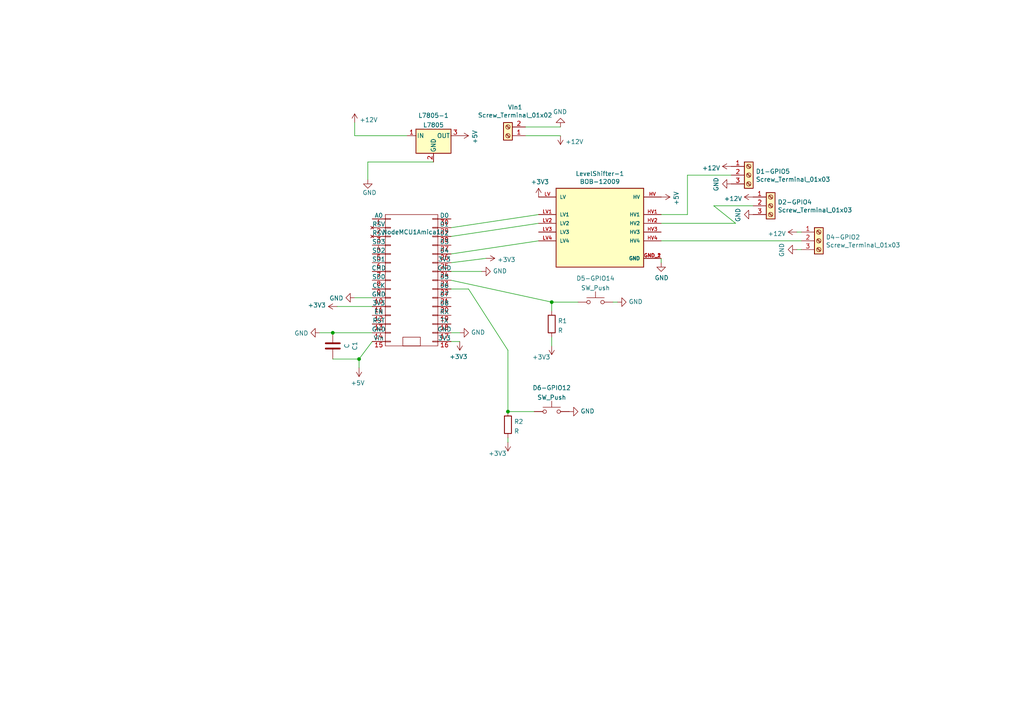
<source format=kicad_sch>
(kicad_sch (version 20211123) (generator eeschema)
  (paper "A4")
  (lib_symbols
    (symbol "BOB-12009:BOB-12009" (pin_names (offset 1.016))
      (property "Reference" "U" (at -12.7 11.43 0))
      (property "Value" "BOB-12009_BOB-12009" (at -12.7 -15.24 0))
      (symbol "BOB-12009_0_0"
        (rectangle (start -12.7 -12.7) (end 12.7 10.16) (stroke (width 0.254)) (fill (type background)))
        (pin power_in line (at 17.78 -10.16 180) (length 5.08) (name "GND") (number "GND_1"))
        (pin power_in line (at 17.78 -10.16 180) (length 5.08) (name "GND") (number "GND_2"))
        (pin bidirectional line (at 17.78 7.62 180) (length 5.08) (name "HV") (number "HV"))
        (pin bidirectional line (at 17.78 2.54 180) (length 5.08) (name "HV1") (number "HV1"))
        (pin bidirectional line (at 17.78 0 180) (length 5.08) (name "HV2") (number "HV2"))
        (pin bidirectional line (at 17.78 -2.54 180) (length 5.08) (name "HV3") (number "HV3"))
        (pin bidirectional line (at 17.78 -5.08 180) (length 5.08) (name "HV4") (number "HV4"))
        (pin bidirectional line (at -17.78 7.62 0) (length 5.08) (name "LV") (number "LV"))
        (pin bidirectional line (at -17.78 2.54 0) (length 5.08) (name "LV1") (number "LV1"))
        (pin bidirectional line (at -17.78 0 0) (length 5.08) (name "LV2") (number "LV2"))
        (pin bidirectional line (at -17.78 -2.54 0) (length 5.08) (name "LV3") (number "LV3"))
        (pin bidirectional line (at -17.78 -5.08 0) (length 5.08) (name "LV4") (number "LV4"))
      )
    )
    (symbol "Connector:Screw_Terminal_01x02" (pin_names (offset 1.016) hide)
      (property "Reference" "J" (at 0 2.54 0))
      (property "Value" "Screw_Terminal_01x02" (at 0 -5.08 0))
      (symbol "Screw_Terminal_01x02_1_1"
        (rectangle (start -1.27 1.27) (end 1.27 -3.81) (stroke (width 0.254)) (fill (type background)))
        (circle (center 0 -2.54) (radius 0.635) (stroke (width 0.1524)))
        (polyline (pts (xy -0.5334 -2.2098) (xy 0.3302 -3.048)) (stroke (width 0.1524)))
        (polyline (pts (xy -0.5334 0.3302) (xy 0.3302 -0.508)) (stroke (width 0.1524)))
        (polyline (pts (xy -0.3556 -2.032) (xy 0.508 -2.8702)) (stroke (width 0.1524)))
        (polyline (pts (xy -0.3556 0.508) (xy 0.508 -0.3302)) (stroke (width 0.1524)))
        (circle (center 0 0) (radius 0.635) (stroke (width 0.1524)))
        (pin passive line (at -5.08 0 0) (length 3.81) (name "Pin_1") (number "1"))
        (pin passive line (at -5.08 -2.54 0) (length 3.81) (name "Pin_2") (number "2"))
      )
    )
    (symbol "Connector:Screw_Terminal_01x03" (pin_names (offset 1.016) hide)
      (property "Reference" "J" (at 0 5.08 0))
      (property "Value" "Screw_Terminal_01x03" (at 0 -5.08 0))
      (symbol "Screw_Terminal_01x03_1_1"
        (rectangle (start -1.27 3.81) (end 1.27 -3.81) (stroke (width 0.254)) (fill (type background)))
        (circle (center 0 -2.54) (radius 0.635) (stroke (width 0.1524)))
        (polyline (pts (xy -0.5334 -2.2098) (xy 0.3302 -3.048)) (stroke (width 0.1524)))
        (polyline (pts (xy -0.5334 0.3302) (xy 0.3302 -0.508)) (stroke (width 0.1524)))
        (polyline (pts (xy -0.5334 2.8702) (xy 0.3302 2.032)) (stroke (width 0.1524)))
        (polyline (pts (xy -0.3556 -2.032) (xy 0.508 -2.8702)) (stroke (width 0.1524)))
        (polyline (pts (xy -0.3556 0.508) (xy 0.508 -0.3302)) (stroke (width 0.1524)))
        (polyline (pts (xy -0.3556 3.048) (xy 0.508 2.2098)) (stroke (width 0.1524)))
        (circle (center 0 0) (radius 0.635) (stroke (width 0.1524)))
        (circle (center 0 2.54) (radius 0.635) (stroke (width 0.1524)))
        (pin passive line (at -5.08 2.54 0) (length 3.81) (name "Pin_1") (number "1"))
        (pin passive line (at -5.08 0 0) (length 3.81) (name "Pin_2") (number "2"))
        (pin passive line (at -5.08 -2.54 0) (length 3.81) (name "Pin_3") (number "3"))
      )
    )
    (symbol "Device:C" (pin_numbers hide) (pin_names (offset 0.254))
      (property "Reference" "C" (at 0.635 2.54 0))
      (property "Value" "C" (at 0.635 -2.54 0))
      (symbol "C_0_1"
        (polyline (pts (xy -2.032 -0.762) (xy 2.032 -0.762)) (stroke (width 0.508)))
        (polyline (pts (xy -2.032 0.762) (xy 2.032 0.762)) (stroke (width 0.508)))
      )
      (symbol "C_1_1"
        (pin passive line (at 0 3.81 270) (length 2.794) (name "~") (number "1"))
        (pin passive line (at 0 -3.81 90) (length 2.794) (name "~") (number "2"))
      )
    )
    (symbol "Device:R" (pin_numbers hide) (pin_names (offset 0))
      (property "Reference" "R" (at 2.032 0 90))
      (property "Value" "R" (at 0 0 90))
      (symbol "R_0_1"
        (rectangle (start -1.016 -2.54) (end 1.016 2.54) (stroke (width 0.254)))
      )
      (symbol "R_1_1"
        (pin passive line (at 0 3.81 270) (length 1.27) (name "~") (number "1"))
        (pin passive line (at 0 -3.81 90) (length 1.27) (name "~") (number "2"))
      )
    )
    (symbol "NodeMCU:NodeMCU_Amica_R2" (pin_names (offset 0))
      (property "Reference" "U" (at 0 20.32 0))
      (property "Value" "NodeMCU_NodeMCU_Amica_R2" (at 0 -21.59 0))
      (symbol "NodeMCU_Amica_R2_0_1"
        (rectangle (start -7.62 -17.653) (end -6.096 -17.907))
        (rectangle (start -7.62 -15.113) (end -6.096 -15.367))
        (rectangle (start -7.62 -12.573) (end -6.096 -12.827))
        (rectangle (start -7.62 -10.033) (end -6.096 -10.287))
        (rectangle (start -7.62 -7.493) (end -6.096 -7.747))
        (rectangle (start -7.62 -4.953) (end -6.096 -5.207))
        (rectangle (start -7.62 -2.413) (end -6.096 -2.667))
        (rectangle (start -7.62 0.127) (end -6.096 -0.127))
        (rectangle (start -7.62 2.667) (end -6.096 2.413))
        (rectangle (start -7.62 5.207) (end -6.096 4.953))
        (rectangle (start -7.62 7.747) (end -6.096 7.493))
        (rectangle (start -7.62 10.287) (end -6.096 10.033))
        (rectangle (start -7.62 12.827) (end -6.096 12.573))
        (rectangle (start -7.62 15.367) (end -6.096 15.113))
        (rectangle (start -7.62 17.907) (end -6.096 17.653))
        (rectangle (start -7.62 19.05) (end 7.62 -19.05))
        (rectangle (start 2.54 -16.51) (end -2.54 -19.05))
        (rectangle (start 7.62 -17.653) (end 6.096 -17.907))
        (rectangle (start 7.62 -15.113) (end 6.096 -15.367))
        (rectangle (start 7.62 -12.573) (end 6.096 -12.827))
        (rectangle (start 7.62 -10.033) (end 6.096 -10.287))
        (rectangle (start 7.62 -7.493) (end 6.096 -7.747))
        (rectangle (start 7.62 -4.953) (end 6.096 -5.207))
        (rectangle (start 7.62 -2.413) (end 6.096 -2.667))
        (rectangle (start 7.62 0.127) (end 6.096 -0.127))
        (rectangle (start 7.62 2.667) (end 6.096 2.413))
        (rectangle (start 7.62 5.207) (end 6.096 4.953))
        (rectangle (start 7.62 7.747) (end 6.096 7.493))
        (rectangle (start 7.62 10.287) (end 6.096 10.033))
        (rectangle (start 7.62 12.827) (end 6.096 12.573))
        (rectangle (start 7.62 15.367) (end 6.096 15.113))
        (rectangle (start 7.62 17.907) (end 6.096 17.653))
      )
      (symbol "NodeMCU_Amica_R2_1_1"
        (pin bidirectional line (at -11.43 17.78 0) (length 3.81) (name "A0") (number "1"))
        (pin power_in line (at -11.43 -5.08 0) (length 3.81) (name "GND") (number "10"))
        (pin power_in line (at -11.43 -7.62 0) (length 3.81) (name "3V3") (number "11"))
        (pin tri_state line (at -11.43 -10.16 0) (length 3.81) (name "EN") (number "12"))
        (pin input line (at -11.43 -12.7 0) (length 3.81) (name "RST") (number "13"))
        (pin power_in line (at -11.43 -15.24 0) (length 3.81) (name "GND") (number "14"))
        (pin power_in line (at -11.43 -17.78 0) (length 3.81) (name "Vin") (number "15"))
        (pin power_in line (at 11.43 -17.78 180) (length 3.81) (name "3V3") (number "16"))
        (pin power_in line (at 11.43 -15.24 180) (length 3.81) (name "GND") (number "17"))
        (pin tri_state line (at 11.43 -12.7 180) (length 3.81) (name "TX") (number "18"))
        (pin tri_state line (at 11.43 -10.16 180) (length 3.81) (name "RX") (number "19"))
        (pin no_connect line (at -11.43 15.24 0) (length 3.81) (name "RSV") (number "2"))
        (pin bidirectional line (at 11.43 -7.62 180) (length 3.81) (name "D8") (number "20"))
        (pin bidirectional line (at 11.43 -5.08 180) (length 3.81) (name "D7") (number "21"))
        (pin bidirectional line (at 11.43 -2.54 180) (length 3.81) (name "D6") (number "22"))
        (pin bidirectional line (at 11.43 0 180) (length 3.81) (name "D5") (number "23"))
        (pin power_in line (at 11.43 2.54 180) (length 3.81) (name "GND") (number "24"))
        (pin power_in line (at 11.43 5.08 180) (length 3.81) (name "3V3") (number "25"))
        (pin bidirectional line (at 11.43 7.62 180) (length 3.81) (name "D4") (number "26"))
        (pin bidirectional line (at 11.43 10.16 180) (length 3.81) (name "D3") (number "27"))
        (pin bidirectional line (at 11.43 12.7 180) (length 3.81) (name "D2") (number "28"))
        (pin bidirectional line (at 11.43 15.24 180) (length 3.81) (name "D1") (number "29"))
        (pin no_connect line (at -11.43 12.7 0) (length 3.81) (name "RSV") (number "3"))
        (pin bidirectional line (at 11.43 17.78 180) (length 3.81) (name "D0") (number "30"))
        (pin tri_state line (at -11.43 10.16 0) (length 3.81) (name "SD3") (number "4"))
        (pin tri_state line (at -11.43 7.62 0) (length 3.81) (name "SD2") (number "5"))
        (pin tri_state line (at -11.43 5.08 0) (length 3.81) (name "SD1") (number "6"))
        (pin tri_state line (at -11.43 2.54 0) (length 3.81) (name "CMD") (number "7"))
        (pin tri_state line (at -11.43 0 0) (length 3.81) (name "SD0") (number "8"))
        (pin power_in line (at -11.43 -2.54 0) (length 3.81) (name "CLK") (number "9"))
      )
    )
    (symbol "Regulator_Linear:L7805" (pin_names (offset 0.254))
      (property "Reference" "U" (at -3.81 3.175 0))
      (property "Value" "L7805" (at 0 3.175 0))
      (symbol "L7805_0_1"
        (rectangle (start -5.08 1.905) (end 5.08 -5.08) (stroke (width 0.254)) (fill (type background)))
      )
      (symbol "L7805_1_1"
        (pin power_in line (at -7.62 0 0) (length 2.54) (name "IN") (number "1"))
        (pin power_in line (at 0 -7.62 90) (length 2.54) (name "GND") (number "2"))
        (pin power_out line (at 7.62 0 180) (length 2.54) (name "OUT") (number "3"))
      )
    )
    (symbol "Switch:SW_Push" (pin_numbers hide) (pin_names (offset 1.016) hide)
      (property "Reference" "SW" (at 1.27 2.54 0))
      (property "Value" "SW_Push" (at 0 -1.524 0))
      (symbol "SW_Push_0_1"
        (circle (center -2.032 0) (radius 0.508))
        (polyline (pts (xy 0 1.27) (xy 0 3.048)))
        (polyline (pts (xy 2.54 1.27) (xy -2.54 1.27)))
        (circle (center 2.032 0) (radius 0.508))
        (pin passive line (at -5.08 0 0) (length 2.54) (name "1") (number "1"))
        (pin passive line (at 5.08 0 180) (length 2.54) (name "2") (number "2"))
      )
    )
    (symbol "power:+12V" (power) (pin_names (offset 0))
      (property "Value" "+12V" (at 0 3.556 0))
      (symbol "+12V_0_1"
        (polyline (pts (xy -0.762 1.27) (xy 0 2.54)))
        (polyline (pts (xy 0 0) (xy 0 2.54)))
        (polyline (pts (xy 0 2.54) (xy 0.762 1.27)))
      )
      (symbol "+12V_1_1"
        (pin power_in line (at 0 0 90) (length 0) hide (name "+12V") (number "1"))
      )
    )
    (symbol "power:+3.3V" (power) (pin_names (offset 0))
      (property "Value" "+3.3V" (at 0 3.556 0))
      (symbol "+3.3V_0_1"
        (polyline (pts (xy -0.762 1.27) (xy 0 2.54)))
        (polyline (pts (xy 0 0) (xy 0 2.54)))
        (polyline (pts (xy 0 2.54) (xy 0.762 1.27)))
      )
      (symbol "+3.3V_1_1"
        (pin power_in line (at 0 0 90) (length 0) hide (name "+3V3") (number "1"))
      )
    )
    (symbol "power:+5V" (power) (pin_names (offset 0))
      (property "Value" "+5V" (at 0 3.556 0))
      (symbol "+5V_0_1"
        (polyline (pts (xy -0.762 1.27) (xy 0 2.54)))
        (polyline (pts (xy 0 0) (xy 0 2.54)))
        (polyline (pts (xy 0 2.54) (xy 0.762 1.27)))
      )
      (symbol "+5V_1_1"
        (pin power_in line (at 0 0 90) (length 0) hide (name "+5V") (number "1"))
      )
    )
    (symbol "power:GND" (power) (pin_names (offset 0))
      (property "Value" "GND" (at 0 -3.81 0))
      (symbol "GND_0_1"
        (polyline (pts (xy 0 0) (xy 0 -1.27) (xy 1.27 -1.27) (xy 0 -2.54) (xy -1.27 -1.27) (xy 0 -1.27)))
      )
      (symbol "GND_1_1"
        (pin power_in line (at 0 0 270) (length 0) hide (name "GND") (number "1"))
      )
    )
  )
  (junction (at 104.14 104.14))
  (junction (at 147.32 119.38))
  (junction (at 96.52 96.52))
  (junction (at 160.02 87.63))
  (wire (pts (xy 232.41 67.31) (xy 231.14 67.31)))
  (wire (pts (xy 191.77 69.85) (xy 232.41 69.85)))
  (wire (pts (xy 130.81 78.74) (xy 139.7 78.74)))
  (wire (pts (xy 135.89 83.82) (xy 147.32 101.6)))
  (wire (pts (xy 152.4 36.83) (xy 162.56 36.83)))
  (wire (pts (xy 232.41 72.39) (xy 231.14 72.39)))
  (wire (pts (xy 152.4 39.37) (xy 162.56 39.37)))
  (wire (pts (xy 167.64 87.63) (xy 160.02 87.63)))
  (wire (pts (xy 199.39 62.23) (xy 191.77 62.23)))
  (wire (pts (xy 104.14 104.14) (xy 107.95 99.06)))
  (wire (pts (xy 96.52 104.14) (xy 104.14 104.14)))
  (wire (pts (xy 104.14 106.68) (xy 104.14 104.14)))
  (wire (pts (xy 177.8 87.63) (xy 179.07 87.63)))
  (wire (pts (xy 191.77 74.93) (xy 191.77 76.2)))
  (wire (pts (xy 96.52 96.52) (xy 107.95 96.52)))
  (wire (pts (xy 160.02 97.79) (xy 160.02 100.33)))
  (wire (pts (xy 191.77 64.77) (xy 213.36 64.77)))
  (wire (pts (xy 107.95 88.9) (xy 97.79 88.9)))
  (wire (pts (xy 199.39 50.8) (xy 199.39 62.23)))
  (wire (pts (xy 130.81 66.04) (xy 156.21 62.23)))
  (wire (pts (xy 107.95 86.36) (xy 102.87 86.36)))
  (wire (pts (xy 92.71 96.52) (xy 96.52 96.52)))
  (wire (pts (xy 130.81 76.2) (xy 140.97 74.93)))
  (wire (pts (xy 147.32 127) (xy 147.32 128.27)))
  (wire (pts (xy 102.87 35.56) (xy 102.87 39.37)))
  (wire (pts (xy 133.35 99.06) (xy 130.81 99.06)))
  (wire (pts (xy 102.87 39.37) (xy 118.11 39.37)))
  (wire (pts (xy 160.02 87.63) (xy 160.02 90.17)))
  (wire (pts (xy 147.32 101.6) (xy 147.32 119.38)))
  (wire (pts (xy 207.01 59.69) (xy 218.44 59.69)))
  (wire (pts (xy 130.81 96.52) (xy 133.35 96.52)))
  (wire (pts (xy 106.68 46.99) (xy 125.73 46.99)))
  (wire (pts (xy 106.68 46.99) (xy 106.68 52.07)))
  (wire (pts (xy 130.81 68.58) (xy 156.21 64.77)))
  (wire (pts (xy 199.39 50.8) (xy 212.09 50.8)))
  (wire (pts (xy 160.02 87.63) (xy 130.81 81.28)))
  (wire (pts (xy 213.36 64.77) (xy 207.01 59.69)))
  (wire (pts (xy 130.81 73.66) (xy 156.21 69.85)))
  (wire (pts (xy 135.89 83.82) (xy 130.81 83.82)))
  (wire (pts (xy 147.32 119.38) (xy 154.94 119.38)))
  (symbol (lib_id "NodeMCU:NodeMCU_Amica_R2") (at 119.38 81.28 0) (unit 1)
    (property "Reference" "NodeMCU1Amica1" (at 119.38 67.31 0))
    (property "Value" "NodeMCU_Amica_R2" (effects hide))
    (property "Footprint" "nodemcu:NodeMCU_Amica_R2" (effects hide))
  )
  (symbol (lib_id "BOB-12009:BOB-12009") (at 173.99 64.77 0) (unit 1)
    (property "Reference" "LevelShifter-1" (at 173.99 50.3682 0))
    (property "Value" "BOB-12009" (at 173.99 52.6796 0))
    (property "Footprint" "level:CONV_BOB-12009" (effects hide))
    (property "MAXIMUM_PACKAGE_HEIGHT" "N/A" (effects hide))
    (property "MANUFACTURER" "SparkFun Electronics" (effects hide))
    (property "PARTREV" "01" (effects hide))
    (property "STANDARD" "Manufacturer Recommendations" (effects hide))
  )
  (symbol (lib_id "power:GND") (at 191.77 76.2 0) (unit 1)
    (property "Reference" "#PWR02" (effects hide))
    (property "Value" "GND" (at 191.897 80.5942 0))
  )
  (symbol (lib_id "Connector:Screw_Terminal_01x02") (at 147.32 39.37 180) (unit 1)
    (property "Reference" "VIn1" (at 149.4028 31.115 0))
    (property "Value" "Screw_Terminal_01x02" (at 149.4028 33.4264 0))
    (property "Footprint" "TerminalBlock_Philmore:TerminalBlock_Philmore_TB132_1x02_P5.00mm_Horizontal" (effects hide))
  )
  (symbol (lib_id "Connector:Screw_Terminal_01x03") (at 217.17 50.8 0) (unit 1)
    (property "Reference" "D1-GPIO5" (at 219.202 49.7332 0) (effects (justify left)))
    (property "Value" "Screw_Terminal_01x03" (at 219.202 52.0446 0) (effects (justify left)))
    (property "Footprint" "TerminalBlock_Philmore:TerminalBlock_Philmore_TB133_1x03_P5.00mm_Horizontal" (effects hide))
  )
  (symbol (lib_id "Connector:Screw_Terminal_01x03") (at 223.52 59.69 0) (unit 1)
    (property "Reference" "D2-GPIO4" (at 225.552 58.6232 0) (effects (justify left)))
    (property "Value" "Screw_Terminal_01x03" (at 225.552 60.9346 0) (effects (justify left)))
    (property "Footprint" "TerminalBlock_Philmore:TerminalBlock_Philmore_TB133_1x03_P5.00mm_Horizontal" (effects hide))
  )
  (symbol (lib_id "Connector:Screw_Terminal_01x03") (at 237.49 69.85 0) (unit 1)
    (property "Reference" "D4-GPIO2" (at 239.522 68.7832 0) (effects (justify left)))
    (property "Value" "Screw_Terminal_01x03" (at 239.522 71.0946 0) (effects (justify left)))
    (property "Footprint" "TerminalBlock_Philmore:TerminalBlock_Philmore_TB133_1x03_P5.00mm_Horizontal" (effects hide))
  )
  (symbol (lib_id "power:GND") (at 133.35 96.52 90) (unit 1)
    (property "Reference" "#PWR09" (effects hide))
    (property "Value" "GND" (at 136.6012 96.393 90) (effects (justify right)))
  )
  (symbol (lib_id "power:GND") (at 92.71 96.52 270) (unit 1)
    (property "Reference" "#PWR01" (effects hide))
    (property "Value" "GND" (at 89.4588 96.647 90) (effects (justify right)))
  )
  (symbol (lib_id "power:+5V") (at 104.14 106.68 180) (unit 1)
    (property "Reference" "#PWR03" (effects hide))
    (property "Value" "+5V" (at 103.759 111.0742 0))
  )
  (symbol (lib_id "power:GND") (at 162.56 36.83 180) (unit 1)
    (property "Reference" "#PWR010" (effects hide))
    (property "Value" "GND" (at 162.433 32.4358 0))
  )
  (symbol (lib_id "power:GND") (at 212.09 53.34 270) (unit 1)
    (property "Reference" "#PWR014" (effects hide))
    (property "Value" "GND" (at 207.6958 53.467 0))
  )
  (symbol (lib_id "power:+3.3V") (at 97.79 88.9 90) (unit 1)
    (property "Reference" "#PWR05" (effects hide))
    (property "Value" "+3.3V" (at 94.5388 88.519 90) (effects (justify left)))
  )
  (symbol (lib_id "power:+3.3V") (at 156.21 57.15 0) (unit 1)
    (property "Reference" "#PWR08" (effects hide))
    (property "Value" "+3.3V" (at 156.591 52.7558 0))
  )
  (symbol (lib_id "power:+3.3V") (at 133.35 99.06 180) (unit 1)
    (property "Reference" "#PWR07" (effects hide))
    (property "Value" "+3.3V" (at 132.969 103.4542 0))
  )
  (symbol (lib_id "power:GND") (at 139.7 78.74 90) (unit 1)
    (property "Reference" "#PWR06" (effects hide))
    (property "Value" "GND" (at 142.9512 78.613 90) (effects (justify right)))
  )
  (symbol (lib_id "power:GND") (at 102.87 86.36 270) (unit 1)
    (property "Reference" "#PWR04" (effects hide))
    (property "Value" "GND" (at 99.6188 86.487 90) (effects (justify right)))
  )
  (symbol (lib_id "power:+5V") (at 191.77 57.15 270) (unit 1)
    (property "Reference" "#PWR012" (effects hide))
    (property "Value" "+5V" (at 196.1642 57.531 0))
  )
  (symbol (lib_id "power:GND") (at 218.44 62.23 270) (unit 1)
    (property "Reference" "#PWR016" (effects hide))
    (property "Value" "GND" (at 214.0458 62.357 0))
  )
  (symbol (lib_id "power:GND") (at 231.14 72.39 270) (unit 1)
    (property "Reference" "#PWR020" (effects hide))
    (property "Value" "GND" (at 226.7458 72.517 0))
  )
  (symbol (lib_id "power:+3.3V") (at 140.97 74.93 270) (unit 1)
    (property "Reference" "#PWR0101" (effects hide))
    (property "Value" "+3.3V" (at 144.2212 75.311 90) (effects (justify left)))
  )
  (symbol (lib_id "Regulator_Linear:L7805") (at 125.73 39.37 0) (unit 1)
    (property "Reference" "L7805-1" (at 125.73 33.4985 0))
    (property "Value" "L7805" (at 125.73 36.2736 0))
    (property "Footprint" "Package_TO_SOT_THT:TO-220-3_Horizontal_TabDown" (effects hide))
    (property "Datasheet" "http://www.st.com/content/ccc/resource/technical/document/datasheet/41/4f/b3/b0/12/d4/47/88/CD00000444.pdf/files/CD00000444.pdf/jcr:content/translations/en.CD00000444.pdf" (effects hide))
  )
  (symbol (lib_id "power:+12V") (at 218.44 57.15 90) (unit 1)
    (property "Reference" "#PWR024" (effects hide))
    (property "Value" "+12V" (at 215.265 57.629 90) (effects (justify left)))
  )
  (symbol (lib_id "power:+12V") (at 102.87 35.56 0) (unit 1)
    (property "Reference" "#PWR011" (effects hide))
    (property "Value" "+12V" (at 104.267 34.769 0) (effects (justify left)))
  )
  (symbol (lib_id "Device:C") (at 96.52 100.33 180) (unit 1)
    (property "Reference" "C1" (at 102.9208 100.33 90))
    (property "Value" "C" (at 100.6094 100.33 90))
    (property "Footprint" "Capacitor_THT:CP_Radial_D10.0mm_P5.00mm" (effects hide))
  )
  (symbol (lib_id "power:+3.3V") (at 147.32 128.27 180) (unit 1)
    (property "Reference" "#PWR018" (effects hide))
    (property "Value" "+3.3V" (at 146.939 131.5212 0) (effects (justify left)))
  )
  (symbol (lib_id "power:+5V") (at 133.35 39.37 270) (unit 1)
    (property "Reference" "#PWR015" (effects hide))
    (property "Value" "+5V" (at 137.7442 39.751 0))
  )
  (symbol (lib_id "Switch:SW_Push") (at 172.72 87.63 0) (unit 1)
    (property "Reference" "D5-GPIO14" (at 172.72 80.7425 0))
    (property "Value" "SW_Push" (at 172.72 83.5176 0))
    (property "Footprint" "Button_Switch_THT:SW_PUSH_6mm_H4.3mm" (effects hide))
  )
  (symbol (lib_id "power:+3.3V") (at 160.02 100.33 180) (unit 1)
    (property "Reference" "#PWR017" (effects hide))
    (property "Value" "+3.3V" (at 159.639 103.5812 0) (effects (justify left)))
  )
  (symbol (lib_id "power:GND") (at 106.68 52.07 0) (unit 1)
    (property "Reference" "#PWR013" (effects hide))
    (property "Value" "GND" (at 109.22 55.88 0) (effects (justify right)))
  )
  (symbol (lib_id "Device:R") (at 160.02 93.98 0) (unit 1)
    (property "Reference" "R1" (at 161.798 93.0715 0) (effects (justify left)))
    (property "Value" "R" (at 161.798 95.8466 0) (effects (justify left)))
    (property "Footprint" "Resistor_THT:R_Axial_DIN0204_L3.6mm_D1.6mm_P5.08mm_Horizontal" (effects hide))
  )
  (symbol (lib_id "Switch:SW_Push") (at 160.02 119.38 0) (unit 1)
    (property "Reference" "D6-GPIO12" (at 160.02 112.4925 0))
    (property "Value" "SW_Push" (at 160.02 115.2676 0))
    (property "Footprint" "Button_Switch_THT:SW_PUSH_6mm_H4.3mm" (effects hide))
  )
  (symbol (lib_id "power:+12V") (at 162.56 39.37 180) (unit 1)
    (property "Reference" "#PWR019" (effects hide))
    (property "Value" "+12V" (at 163.957 41.119 0) (effects (justify right)))
  )
  (symbol (lib_id "power:+12V") (at 212.09 48.26 90) (unit 1)
    (property "Reference" "#PWR023" (effects hide))
    (property "Value" "+12V" (at 208.915 48.739 90) (effects (justify left)))
  )
  (symbol (lib_id "Device:R") (at 147.32 123.19 180) (unit 1)
    (property "Reference" "R2" (at 149.098 122.2815 0) (effects (justify right)))
    (property "Value" "R" (at 149.098 125.0566 0) (effects (justify right)))
    (property "Footprint" "Resistor_THT:R_Axial_DIN0204_L3.6mm_D1.6mm_P5.08mm_Horizontal" (effects hide))
  )
  (symbol (lib_id "power:+12V") (at 231.14 67.31 90) (unit 1)
    (property "Reference" "#PWR025" (effects hide))
    (property "Value" "+12V" (at 227.965 67.789 90) (effects (justify left)))
  )
  (symbol (lib_id "power:GND") (at 165.1 119.38 90) (unit 1)
    (property "Reference" "#PWR022" (effects hide))
    (property "Value" "GND" (at 168.3512 119.253 90) (effects (justify right)))
  )
  (symbol (lib_id "power:GND") (at 179.07 87.63 90) (unit 1)
    (property "Reference" "#PWR021" (effects hide))
    (property "Value" "GND" (at 182.3212 87.503 90) (effects (justify right)))
  )
)
</source>
